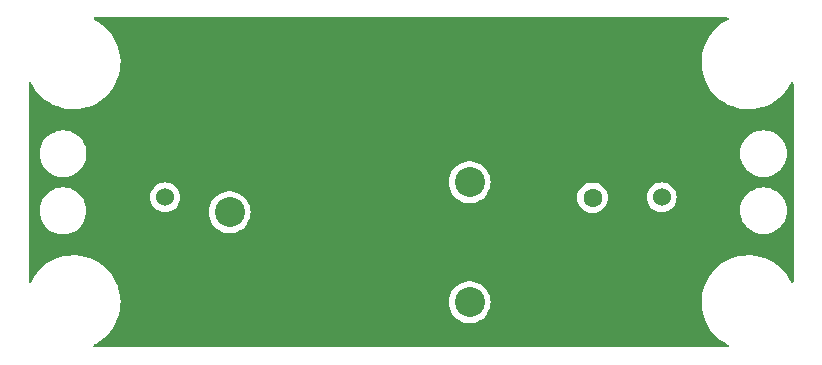
<source format=gbr>
%TF.GenerationSoftware,KiCad,Pcbnew,7.0.5*%
%TF.CreationDate,2023-10-04T22:36:29-05:00*%
%TF.ProjectId,24V Regulator Breakout,32345620-5265-4677-956c-61746f722042,rev?*%
%TF.SameCoordinates,Original*%
%TF.FileFunction,Copper,L2,Bot*%
%TF.FilePolarity,Positive*%
%FSLAX46Y46*%
G04 Gerber Fmt 4.6, Leading zero omitted, Abs format (unit mm)*
G04 Created by KiCad (PCBNEW 7.0.5) date 2023-10-04 22:36:29*
%MOMM*%
%LPD*%
G01*
G04 APERTURE LIST*
%TA.AperFunction,ComponentPad*%
%ADD10C,2.540000*%
%TD*%
%TA.AperFunction,ComponentPad*%
%ADD11R,1.600000X1.600000*%
%TD*%
%TA.AperFunction,ComponentPad*%
%ADD12C,1.600000*%
%TD*%
%TA.AperFunction,ComponentPad*%
%ADD13C,1.524000*%
%TD*%
G04 APERTURE END LIST*
D10*
%TO.P,U1,1,ON/OFF*%
%TO.N,GND*%
X83058000Y-50800000D03*
%TO.P,U1,2,VIN-*%
X83058000Y-58420000D03*
%TO.P,U1,3,VIN+*%
%TO.N,Net-(U1-VIN+)*%
X83058000Y-63500000D03*
%TO.P,U1,4,VOUT+*%
%TO.N,Net-(U1-VOUT+)*%
X103378000Y-71120000D03*
%TO.P,U1,5,Trim*%
%TO.N,unconnected-(U1-Trim-Pad5)*%
X103378000Y-60960000D03*
%TO.P,U1,6,VOUT-*%
%TO.N,GND*%
X103378000Y-50800000D03*
%TD*%
D11*
%TO.P,C1,1*%
%TO.N,GND*%
X113792000Y-60258888D03*
D12*
%TO.P,C1,2*%
%TO.N,Net-(U1-VOUT+)*%
X113792000Y-62258888D03*
%TD*%
D13*
%TO.P,Conn1,1*%
%TO.N,GND*%
X119634000Y-59690000D03*
%TO.P,Conn1,2*%
%TO.N,Net-(U1-VOUT+)*%
X119634000Y-62230000D03*
%TD*%
%TO.P,Conn2,1*%
%TO.N,Net-(U1-VIN+)*%
X77597000Y-62230000D03*
%TO.P,Conn2,2*%
%TO.N,GND*%
X77597000Y-59690000D03*
%TD*%
%TA.AperFunction,Conductor*%
%TO.N,GND*%
G36*
X125275822Y-47010185D02*
G01*
X125321577Y-47062989D01*
X125331521Y-47132147D01*
X125302496Y-47195703D01*
X125262585Y-47226220D01*
X125097191Y-47305869D01*
X124758753Y-47512684D01*
X124758742Y-47512692D01*
X124442575Y-47752180D01*
X124442572Y-47752182D01*
X124151813Y-48021968D01*
X123889365Y-48319359D01*
X123657839Y-48641393D01*
X123657826Y-48641413D01*
X123459516Y-48984896D01*
X123296382Y-49346437D01*
X123170059Y-49722419D01*
X123081799Y-50109111D01*
X123032478Y-50502681D01*
X123022590Y-50899173D01*
X123022590Y-50899187D01*
X123052230Y-51294711D01*
X123052231Y-51294724D01*
X123121108Y-51685339D01*
X123228530Y-52067137D01*
X123228534Y-52067151D01*
X123373435Y-52436353D01*
X123373440Y-52436365D01*
X123554386Y-52789314D01*
X123554391Y-52789323D01*
X123769586Y-53122509D01*
X123895691Y-53280640D01*
X124016895Y-53432625D01*
X124293823Y-53716544D01*
X124293833Y-53716554D01*
X124597676Y-53971508D01*
X124925394Y-54194942D01*
X125273730Y-54384636D01*
X125639223Y-54538704D01*
X125639232Y-54538706D01*
X125639238Y-54538709D01*
X126018235Y-54655614D01*
X126018248Y-54655617D01*
X126406999Y-54734205D01*
X126407014Y-54734208D01*
X126745300Y-54768058D01*
X126801680Y-54773700D01*
X126801681Y-54773700D01*
X127099084Y-54773700D01*
X127099101Y-54773700D01*
X127396145Y-54758875D01*
X127788353Y-54699759D01*
X128172726Y-54601886D01*
X128545445Y-54466228D01*
X128902803Y-54294133D01*
X129241251Y-54087312D01*
X129557424Y-53847820D01*
X129848181Y-53578037D01*
X130110631Y-53280645D01*
X130342166Y-52958600D01*
X130540485Y-52615101D01*
X130572473Y-52544207D01*
X130617988Y-52491197D01*
X130684938Y-52471208D01*
X130752066Y-52490589D01*
X130798060Y-52543185D01*
X130809500Y-52595207D01*
X130809500Y-69326798D01*
X130789815Y-69393837D01*
X130737011Y-69439592D01*
X130667853Y-69449536D01*
X130604297Y-69420511D01*
X130575156Y-69383368D01*
X130445613Y-69130685D01*
X130445609Y-69130677D01*
X130230414Y-68797491D01*
X129983114Y-68487386D01*
X129983111Y-68487383D01*
X129983104Y-68487374D01*
X129706176Y-68203455D01*
X129706173Y-68203452D01*
X129706172Y-68203451D01*
X129706167Y-68203446D01*
X129402324Y-67948492D01*
X129329613Y-67898918D01*
X129074605Y-67725057D01*
X128958493Y-67661826D01*
X128726270Y-67535364D01*
X128726262Y-67535360D01*
X128726259Y-67535359D01*
X128360777Y-67381296D01*
X128360761Y-67381290D01*
X127981764Y-67264385D01*
X127981751Y-67264382D01*
X127593000Y-67185794D01*
X127592979Y-67185791D01*
X127198320Y-67146300D01*
X127198319Y-67146300D01*
X126900899Y-67146300D01*
X126900884Y-67146300D01*
X126603855Y-67161124D01*
X126211647Y-67220241D01*
X125827272Y-67318114D01*
X125454549Y-67453774D01*
X125097191Y-67625869D01*
X124758753Y-67832684D01*
X124758742Y-67832692D01*
X124442575Y-68072180D01*
X124442572Y-68072182D01*
X124151813Y-68341968D01*
X123889365Y-68639359D01*
X123657839Y-68961393D01*
X123657826Y-68961413D01*
X123459516Y-69304896D01*
X123296382Y-69666437D01*
X123170059Y-70042419D01*
X123081799Y-70429111D01*
X123032478Y-70822681D01*
X123022590Y-71219173D01*
X123022590Y-71219187D01*
X123052230Y-71614711D01*
X123052231Y-71614724D01*
X123121108Y-72005339D01*
X123228530Y-72387137D01*
X123228534Y-72387151D01*
X123373435Y-72756353D01*
X123373440Y-72756365D01*
X123554386Y-73109314D01*
X123554391Y-73109323D01*
X123769586Y-73442509D01*
X123895691Y-73600640D01*
X124016895Y-73752625D01*
X124293823Y-74036544D01*
X124293833Y-74036554D01*
X124597676Y-74291508D01*
X124767522Y-74407307D01*
X124925401Y-74514947D01*
X125258974Y-74696601D01*
X125308436Y-74745950D01*
X125323365Y-74814206D01*
X125299022Y-74879698D01*
X125243136Y-74921633D01*
X125199671Y-74929500D01*
X71641217Y-74929500D01*
X71574178Y-74909815D01*
X71528423Y-74857011D01*
X71518479Y-74787853D01*
X71547504Y-74724297D01*
X71587415Y-74693780D01*
X71616295Y-74679871D01*
X71752803Y-74614133D01*
X72091251Y-74407312D01*
X72407424Y-74167820D01*
X72698181Y-73898037D01*
X72960631Y-73600645D01*
X73192166Y-73278600D01*
X73390485Y-72935101D01*
X73553617Y-72573563D01*
X73679941Y-72197578D01*
X73768201Y-71810885D01*
X73817521Y-71417325D01*
X73822462Y-71219173D01*
X73824935Y-71120004D01*
X101602535Y-71120004D01*
X101622363Y-71384609D01*
X101622364Y-71384614D01*
X101681410Y-71643313D01*
X101681412Y-71643322D01*
X101681414Y-71643327D01*
X101778361Y-71890345D01*
X101911042Y-72120155D01*
X102076492Y-72327623D01*
X102271016Y-72508114D01*
X102490268Y-72657598D01*
X102729350Y-72772734D01*
X102982922Y-72850950D01*
X102982923Y-72850950D01*
X102982926Y-72850951D01*
X103245311Y-72890499D01*
X103245316Y-72890499D01*
X103245319Y-72890500D01*
X103245320Y-72890500D01*
X103510680Y-72890500D01*
X103510681Y-72890500D01*
X103510688Y-72890499D01*
X103773073Y-72850951D01*
X103773074Y-72850950D01*
X103773078Y-72850950D01*
X104026650Y-72772734D01*
X104265733Y-72657598D01*
X104484984Y-72508114D01*
X104679508Y-72327623D01*
X104844958Y-72120155D01*
X104977639Y-71890345D01*
X105074586Y-71643327D01*
X105133635Y-71384619D01*
X105153465Y-71120000D01*
X105133635Y-70855381D01*
X105074586Y-70596673D01*
X104977639Y-70349655D01*
X104844958Y-70119845D01*
X104679508Y-69912377D01*
X104484984Y-69731886D01*
X104265733Y-69582402D01*
X104265732Y-69582401D01*
X104265725Y-69582397D01*
X104026655Y-69467268D01*
X104026636Y-69467261D01*
X103773083Y-69389051D01*
X103773073Y-69389048D01*
X103510688Y-69349500D01*
X103510681Y-69349500D01*
X103245319Y-69349500D01*
X103245311Y-69349500D01*
X102982926Y-69389048D01*
X102982916Y-69389051D01*
X102729363Y-69467261D01*
X102729344Y-69467268D01*
X102490276Y-69582397D01*
X102490274Y-69582398D01*
X102271015Y-69731886D01*
X102076494Y-69912375D01*
X102076492Y-69912377D01*
X101911042Y-70119845D01*
X101778361Y-70349654D01*
X101681416Y-70596667D01*
X101681410Y-70596686D01*
X101622364Y-70855385D01*
X101622363Y-70855390D01*
X101602535Y-71119995D01*
X101602535Y-71120004D01*
X73824935Y-71120004D01*
X73827409Y-71020826D01*
X73827409Y-71020810D01*
X73815012Y-70855381D01*
X73797769Y-70625280D01*
X73728893Y-70234668D01*
X73621467Y-69852854D01*
X73573989Y-69731883D01*
X73476564Y-69483646D01*
X73476559Y-69483634D01*
X73295613Y-69130685D01*
X73295609Y-69130677D01*
X73080414Y-68797491D01*
X72833114Y-68487386D01*
X72833111Y-68487383D01*
X72833104Y-68487374D01*
X72556176Y-68203455D01*
X72556173Y-68203452D01*
X72556172Y-68203451D01*
X72556167Y-68203446D01*
X72252324Y-67948492D01*
X72179613Y-67898918D01*
X71924605Y-67725057D01*
X71808493Y-67661826D01*
X71576270Y-67535364D01*
X71576262Y-67535360D01*
X71576259Y-67535359D01*
X71210777Y-67381296D01*
X71210761Y-67381290D01*
X70831764Y-67264385D01*
X70831751Y-67264382D01*
X70443000Y-67185794D01*
X70442979Y-67185791D01*
X70048320Y-67146300D01*
X70048319Y-67146300D01*
X69750899Y-67146300D01*
X69750884Y-67146300D01*
X69453855Y-67161124D01*
X69061647Y-67220241D01*
X68677272Y-67318114D01*
X68304549Y-67453774D01*
X67947191Y-67625869D01*
X67608753Y-67832684D01*
X67608742Y-67832692D01*
X67292575Y-68072180D01*
X67292572Y-68072182D01*
X67001813Y-68341968D01*
X66739365Y-68639359D01*
X66507839Y-68961393D01*
X66507826Y-68961413D01*
X66309516Y-69304896D01*
X66277527Y-69375792D01*
X66232011Y-69428803D01*
X66165062Y-69448791D01*
X66097934Y-69429410D01*
X66051940Y-69376814D01*
X66040500Y-69324792D01*
X66040500Y-63375001D01*
X66976454Y-63375001D01*
X66996613Y-63656866D01*
X67056678Y-63932977D01*
X67056680Y-63932984D01*
X67090371Y-64023313D01*
X67155432Y-64197750D01*
X67155434Y-64197754D01*
X67290855Y-64445758D01*
X67290860Y-64445766D01*
X67460196Y-64671974D01*
X67460212Y-64671992D01*
X67660007Y-64871787D01*
X67660025Y-64871803D01*
X67886233Y-65041139D01*
X67886241Y-65041144D01*
X68134245Y-65176565D01*
X68134249Y-65176567D01*
X68134251Y-65176568D01*
X68399016Y-65275320D01*
X68537077Y-65305353D01*
X68675133Y-65335386D01*
X68675135Y-65335386D01*
X68675139Y-65335387D01*
X68886447Y-65350500D01*
X69027553Y-65350500D01*
X69238861Y-65335387D01*
X69248060Y-65333386D01*
X69278527Y-65326758D01*
X69514984Y-65275320D01*
X69779749Y-65176568D01*
X70027764Y-65041141D01*
X70253982Y-64871797D01*
X70453797Y-64671982D01*
X70623141Y-64445764D01*
X70758568Y-64197749D01*
X70857320Y-63932984D01*
X70917387Y-63656861D01*
X70928606Y-63500004D01*
X81282535Y-63500004D01*
X81302363Y-63764609D01*
X81302364Y-63764614D01*
X81361410Y-64023313D01*
X81361412Y-64023322D01*
X81361414Y-64023327D01*
X81458361Y-64270345D01*
X81591042Y-64500155D01*
X81756492Y-64707623D01*
X81951016Y-64888114D01*
X82170268Y-65037598D01*
X82409350Y-65152734D01*
X82662922Y-65230950D01*
X82662923Y-65230950D01*
X82662926Y-65230951D01*
X82925311Y-65270499D01*
X82925316Y-65270499D01*
X82925319Y-65270500D01*
X82925320Y-65270500D01*
X83190680Y-65270500D01*
X83190681Y-65270500D01*
X83190688Y-65270499D01*
X83453073Y-65230951D01*
X83453074Y-65230950D01*
X83453078Y-65230950D01*
X83706650Y-65152734D01*
X83945733Y-65037598D01*
X84164984Y-64888114D01*
X84359508Y-64707623D01*
X84524958Y-64500155D01*
X84657639Y-64270345D01*
X84754586Y-64023327D01*
X84813635Y-63764619D01*
X84821860Y-63654861D01*
X84833465Y-63500004D01*
X84833465Y-63499995D01*
X84813636Y-63235390D01*
X84813635Y-63235385D01*
X84813635Y-63235381D01*
X84754586Y-62976673D01*
X84657639Y-62729655D01*
X84524958Y-62499845D01*
X84359508Y-62292377D01*
X84164984Y-62111886D01*
X84115319Y-62078025D01*
X83945736Y-61962404D01*
X83945725Y-61962397D01*
X83706655Y-61847268D01*
X83706636Y-61847261D01*
X83453083Y-61769051D01*
X83453073Y-61769048D01*
X83190688Y-61729500D01*
X83190681Y-61729500D01*
X82925319Y-61729500D01*
X82925311Y-61729500D01*
X82662926Y-61769048D01*
X82662916Y-61769051D01*
X82409363Y-61847261D01*
X82409344Y-61847268D01*
X82170276Y-61962397D01*
X82170274Y-61962398D01*
X81951015Y-62111886D01*
X81756494Y-62292375D01*
X81756492Y-62292377D01*
X81591042Y-62499845D01*
X81458361Y-62729654D01*
X81361416Y-62976667D01*
X81361410Y-62976686D01*
X81302364Y-63235385D01*
X81302363Y-63235390D01*
X81282535Y-63499995D01*
X81282535Y-63500004D01*
X70928606Y-63500004D01*
X70937546Y-63375000D01*
X70917387Y-63093139D01*
X70906832Y-63044620D01*
X70857321Y-62817022D01*
X70857320Y-62817016D01*
X70758568Y-62552251D01*
X70728727Y-62497602D01*
X70623144Y-62304241D01*
X70623139Y-62304233D01*
X70567571Y-62230002D01*
X76329677Y-62230002D01*
X76348929Y-62450062D01*
X76348930Y-62450070D01*
X76406104Y-62663445D01*
X76406105Y-62663447D01*
X76406106Y-62663450D01*
X76437372Y-62730500D01*
X76499466Y-62863662D01*
X76499468Y-62863666D01*
X76626170Y-63044615D01*
X76626175Y-63044621D01*
X76782378Y-63200824D01*
X76782384Y-63200829D01*
X76963333Y-63327531D01*
X76963335Y-63327532D01*
X76963338Y-63327534D01*
X77163550Y-63420894D01*
X77376932Y-63478070D01*
X77534123Y-63491822D01*
X77596998Y-63497323D01*
X77597000Y-63497323D01*
X77597002Y-63497323D01*
X77652017Y-63492509D01*
X77817068Y-63478070D01*
X78030450Y-63420894D01*
X78230662Y-63327534D01*
X78411620Y-63200826D01*
X78567826Y-63044620D01*
X78694534Y-62863662D01*
X78787894Y-62663450D01*
X78845070Y-62450068D01*
X78864323Y-62230000D01*
X78845070Y-62009932D01*
X78787894Y-61796550D01*
X78694534Y-61596339D01*
X78567826Y-61415380D01*
X78411620Y-61259174D01*
X78411616Y-61259171D01*
X78411615Y-61259170D01*
X78230666Y-61132468D01*
X78230662Y-61132466D01*
X78221769Y-61128319D01*
X78030450Y-61039106D01*
X78030447Y-61039105D01*
X78030445Y-61039104D01*
X77817070Y-60981930D01*
X77817062Y-60981929D01*
X77597002Y-60962677D01*
X77596998Y-60962677D01*
X77376937Y-60981929D01*
X77376929Y-60981930D01*
X77163554Y-61039104D01*
X77163548Y-61039107D01*
X76963340Y-61132465D01*
X76963338Y-61132466D01*
X76782377Y-61259175D01*
X76626175Y-61415377D01*
X76499466Y-61596338D01*
X76499465Y-61596340D01*
X76406107Y-61796548D01*
X76406104Y-61796554D01*
X76348930Y-62009929D01*
X76348929Y-62009937D01*
X76329677Y-62229997D01*
X76329677Y-62230002D01*
X70567571Y-62230002D01*
X70453803Y-62078025D01*
X70453787Y-62078007D01*
X70253992Y-61878212D01*
X70253974Y-61878196D01*
X70027766Y-61708860D01*
X70027758Y-61708855D01*
X69779754Y-61573434D01*
X69779750Y-61573432D01*
X69679372Y-61535993D01*
X69514984Y-61474680D01*
X69514980Y-61474679D01*
X69514977Y-61474678D01*
X69238866Y-61414613D01*
X69027555Y-61399500D01*
X69027553Y-61399500D01*
X68886447Y-61399500D01*
X68886444Y-61399500D01*
X68675133Y-61414613D01*
X68399022Y-61474678D01*
X68399017Y-61474679D01*
X68399016Y-61474680D01*
X68375819Y-61483332D01*
X68134249Y-61573432D01*
X68134245Y-61573434D01*
X67886241Y-61708855D01*
X67886233Y-61708860D01*
X67660025Y-61878196D01*
X67660007Y-61878212D01*
X67460212Y-62078007D01*
X67460196Y-62078025D01*
X67290860Y-62304233D01*
X67290855Y-62304241D01*
X67155434Y-62552245D01*
X67155432Y-62552249D01*
X67056678Y-62817022D01*
X66996613Y-63093133D01*
X66976454Y-63374998D01*
X66976454Y-63375001D01*
X66040500Y-63375001D01*
X66040500Y-60960004D01*
X101602535Y-60960004D01*
X101622363Y-61224609D01*
X101622364Y-61224614D01*
X101681410Y-61483313D01*
X101681412Y-61483322D01*
X101681414Y-61483327D01*
X101778361Y-61730345D01*
X101911042Y-61960155D01*
X102076492Y-62167623D01*
X102271016Y-62348114D01*
X102490268Y-62497598D01*
X102729350Y-62612734D01*
X102982922Y-62690950D01*
X102982923Y-62690950D01*
X102982926Y-62690951D01*
X103245311Y-62730499D01*
X103245316Y-62730499D01*
X103245319Y-62730500D01*
X103245320Y-62730500D01*
X103510680Y-62730500D01*
X103510681Y-62730500D01*
X103510688Y-62730499D01*
X103773073Y-62690951D01*
X103773074Y-62690950D01*
X103773078Y-62690950D01*
X104026650Y-62612734D01*
X104265733Y-62497598D01*
X104484984Y-62348114D01*
X104581146Y-62258889D01*
X112486532Y-62258889D01*
X112506364Y-62485574D01*
X112506366Y-62485585D01*
X112565258Y-62705376D01*
X112565261Y-62705385D01*
X112661431Y-62911620D01*
X112661432Y-62911622D01*
X112791954Y-63098029D01*
X112952858Y-63258933D01*
X112952861Y-63258935D01*
X113139266Y-63389456D01*
X113345504Y-63485627D01*
X113565308Y-63544523D01*
X113727230Y-63558689D01*
X113791998Y-63564356D01*
X113792000Y-63564356D01*
X113792002Y-63564356D01*
X113848672Y-63559397D01*
X114018692Y-63544523D01*
X114238496Y-63485627D01*
X114444734Y-63389456D01*
X114631139Y-63258935D01*
X114792047Y-63098027D01*
X114922568Y-62911622D01*
X115018739Y-62705384D01*
X115077635Y-62485580D01*
X115097468Y-62258888D01*
X115094941Y-62230002D01*
X118366677Y-62230002D01*
X118385929Y-62450062D01*
X118385930Y-62450070D01*
X118443104Y-62663445D01*
X118443105Y-62663447D01*
X118443106Y-62663450D01*
X118474372Y-62730500D01*
X118536466Y-62863662D01*
X118536468Y-62863666D01*
X118663170Y-63044615D01*
X118663175Y-63044621D01*
X118819378Y-63200824D01*
X118819384Y-63200829D01*
X119000333Y-63327531D01*
X119000335Y-63327532D01*
X119000338Y-63327534D01*
X119200550Y-63420894D01*
X119413932Y-63478070D01*
X119571123Y-63491822D01*
X119633998Y-63497323D01*
X119634000Y-63497323D01*
X119634002Y-63497323D01*
X119689016Y-63492509D01*
X119854068Y-63478070D01*
X120067450Y-63420894D01*
X120170157Y-63373001D01*
X126289454Y-63373001D01*
X126309613Y-63654866D01*
X126333488Y-63764614D01*
X126369680Y-63930984D01*
X126404117Y-64023313D01*
X126468432Y-64195750D01*
X126468434Y-64195754D01*
X126603855Y-64443758D01*
X126603860Y-64443766D01*
X126773196Y-64669974D01*
X126773212Y-64669992D01*
X126973007Y-64869787D01*
X126973025Y-64869803D01*
X127199233Y-65039139D01*
X127199241Y-65039144D01*
X127447245Y-65174565D01*
X127447249Y-65174567D01*
X127447251Y-65174568D01*
X127712016Y-65273320D01*
X127850077Y-65303353D01*
X127988133Y-65333386D01*
X127988135Y-65333386D01*
X127988139Y-65333387D01*
X128199447Y-65348500D01*
X128340553Y-65348500D01*
X128551861Y-65333387D01*
X128827984Y-65273320D01*
X129092749Y-65174568D01*
X129340764Y-65039141D01*
X129566982Y-64869797D01*
X129766797Y-64669982D01*
X129936141Y-64443764D01*
X130071568Y-64195749D01*
X130170320Y-63930984D01*
X130230387Y-63654861D01*
X130250546Y-63373000D01*
X130230387Y-63091139D01*
X130220267Y-63044620D01*
X130170321Y-62815022D01*
X130170320Y-62815016D01*
X130071568Y-62550251D01*
X130042819Y-62497602D01*
X129936144Y-62302241D01*
X129936139Y-62302233D01*
X129766803Y-62076025D01*
X129766787Y-62076007D01*
X129566992Y-61876212D01*
X129566974Y-61876196D01*
X129340766Y-61706860D01*
X129340758Y-61706855D01*
X129092754Y-61571434D01*
X129092750Y-61571432D01*
X128992372Y-61533993D01*
X128827984Y-61472680D01*
X128827980Y-61472679D01*
X128827977Y-61472678D01*
X128551866Y-61412613D01*
X128340555Y-61397500D01*
X128340553Y-61397500D01*
X128199447Y-61397500D01*
X128199444Y-61397500D01*
X127988133Y-61412613D01*
X127712022Y-61472678D01*
X127712017Y-61472679D01*
X127712016Y-61472680D01*
X127683457Y-61483332D01*
X127447249Y-61571432D01*
X127447245Y-61571434D01*
X127199241Y-61706855D01*
X127199233Y-61706860D01*
X126973025Y-61876196D01*
X126973007Y-61876212D01*
X126773212Y-62076007D01*
X126773196Y-62076025D01*
X126603860Y-62302233D01*
X126603855Y-62302241D01*
X126468434Y-62550245D01*
X126468432Y-62550249D01*
X126369678Y-62815022D01*
X126309613Y-63091133D01*
X126289454Y-63372998D01*
X126289454Y-63373001D01*
X120170157Y-63373001D01*
X120267662Y-63327534D01*
X120448620Y-63200826D01*
X120604826Y-63044620D01*
X120731534Y-62863662D01*
X120824894Y-62663450D01*
X120882070Y-62450068D01*
X120901323Y-62230000D01*
X120882070Y-62009932D01*
X120824894Y-61796550D01*
X120731534Y-61596339D01*
X120604826Y-61415380D01*
X120448620Y-61259174D01*
X120448616Y-61259171D01*
X120448615Y-61259170D01*
X120267666Y-61132468D01*
X120267662Y-61132466D01*
X120258769Y-61128319D01*
X120067450Y-61039106D01*
X120067447Y-61039105D01*
X120067445Y-61039104D01*
X119854070Y-60981930D01*
X119854062Y-60981929D01*
X119634002Y-60962677D01*
X119633998Y-60962677D01*
X119413937Y-60981929D01*
X119413929Y-60981930D01*
X119200554Y-61039104D01*
X119200548Y-61039107D01*
X119000340Y-61132465D01*
X119000338Y-61132466D01*
X118819377Y-61259175D01*
X118663175Y-61415377D01*
X118536466Y-61596338D01*
X118536465Y-61596340D01*
X118443107Y-61796548D01*
X118443104Y-61796554D01*
X118385930Y-62009929D01*
X118385929Y-62009937D01*
X118366677Y-62229997D01*
X118366677Y-62230002D01*
X115094941Y-62230002D01*
X115077635Y-62032196D01*
X115018739Y-61812392D01*
X114922568Y-61606154D01*
X114792047Y-61419749D01*
X114792045Y-61419746D01*
X114631141Y-61258842D01*
X114444734Y-61128320D01*
X114444732Y-61128319D01*
X114238497Y-61032149D01*
X114238488Y-61032146D01*
X114018697Y-60973254D01*
X114018693Y-60973253D01*
X114018692Y-60973253D01*
X114018691Y-60973252D01*
X114018686Y-60973252D01*
X113792002Y-60953420D01*
X113791998Y-60953420D01*
X113565313Y-60973252D01*
X113565302Y-60973254D01*
X113345511Y-61032146D01*
X113345502Y-61032149D01*
X113139267Y-61128319D01*
X113139265Y-61128320D01*
X112952858Y-61258842D01*
X112791954Y-61419746D01*
X112661432Y-61606153D01*
X112661431Y-61606155D01*
X112565261Y-61812390D01*
X112565258Y-61812399D01*
X112506366Y-62032190D01*
X112506364Y-62032201D01*
X112486532Y-62258886D01*
X112486532Y-62258889D01*
X104581146Y-62258889D01*
X104679508Y-62167623D01*
X104844958Y-61960155D01*
X104977639Y-61730345D01*
X105074586Y-61483327D01*
X105133635Y-61224619D01*
X105140541Y-61132465D01*
X105153465Y-60960004D01*
X105153465Y-60959995D01*
X105133636Y-60695390D01*
X105133635Y-60695385D01*
X105133635Y-60695381D01*
X105074586Y-60436673D01*
X104977639Y-60189655D01*
X104844958Y-59959845D01*
X104679508Y-59752377D01*
X104484984Y-59571886D01*
X104265733Y-59422402D01*
X104265732Y-59422401D01*
X104265725Y-59422397D01*
X104026655Y-59307268D01*
X104026636Y-59307261D01*
X103773083Y-59229051D01*
X103773073Y-59229048D01*
X103510688Y-59189500D01*
X103510681Y-59189500D01*
X103245319Y-59189500D01*
X103245311Y-59189500D01*
X102982926Y-59229048D01*
X102982916Y-59229051D01*
X102729363Y-59307261D01*
X102729344Y-59307268D01*
X102490276Y-59422397D01*
X102490274Y-59422398D01*
X102271015Y-59571886D01*
X102076494Y-59752375D01*
X102076492Y-59752377D01*
X101911042Y-59959845D01*
X101778361Y-60189654D01*
X101681416Y-60436667D01*
X101681410Y-60436686D01*
X101622364Y-60695385D01*
X101622363Y-60695390D01*
X101602535Y-60959995D01*
X101602535Y-60960004D01*
X66040500Y-60960004D01*
X66040500Y-58547001D01*
X66980454Y-58547001D01*
X67000613Y-58828866D01*
X67060678Y-59104977D01*
X67060680Y-59104984D01*
X67121993Y-59269372D01*
X67159432Y-59369750D01*
X67159434Y-59369754D01*
X67294855Y-59617758D01*
X67294860Y-59617766D01*
X67464196Y-59843974D01*
X67464212Y-59843992D01*
X67664007Y-60043787D01*
X67664025Y-60043803D01*
X67890233Y-60213139D01*
X67890241Y-60213144D01*
X68138245Y-60348565D01*
X68138249Y-60348567D01*
X68138251Y-60348568D01*
X68403016Y-60447320D01*
X68541077Y-60477353D01*
X68679133Y-60507386D01*
X68679135Y-60507386D01*
X68679139Y-60507387D01*
X68890447Y-60522500D01*
X69031553Y-60522500D01*
X69242861Y-60507387D01*
X69252060Y-60505386D01*
X69282527Y-60498758D01*
X69518984Y-60447320D01*
X69783749Y-60348568D01*
X70031764Y-60213141D01*
X70257982Y-60043797D01*
X70457797Y-59843982D01*
X70627141Y-59617764D01*
X70762568Y-59369749D01*
X70861320Y-59104984D01*
X70921387Y-58828861D01*
X70941546Y-58547000D01*
X70941403Y-58545001D01*
X126293454Y-58545001D01*
X126313613Y-58826866D01*
X126373678Y-59102977D01*
X126373680Y-59102984D01*
X126434993Y-59267372D01*
X126472432Y-59367750D01*
X126472434Y-59367754D01*
X126607855Y-59615758D01*
X126607860Y-59615766D01*
X126777196Y-59841974D01*
X126777212Y-59841992D01*
X126977007Y-60041787D01*
X126977025Y-60041803D01*
X127203233Y-60211139D01*
X127203241Y-60211144D01*
X127451245Y-60346565D01*
X127451249Y-60346567D01*
X127451251Y-60346568D01*
X127716016Y-60445320D01*
X127854077Y-60475353D01*
X127992133Y-60505386D01*
X127992135Y-60505386D01*
X127992139Y-60505387D01*
X128203447Y-60520500D01*
X128344553Y-60520500D01*
X128555861Y-60505387D01*
X128831984Y-60445320D01*
X129096749Y-60346568D01*
X129344764Y-60211141D01*
X129570982Y-60041797D01*
X129770797Y-59841982D01*
X129940141Y-59615764D01*
X130075568Y-59367749D01*
X130174320Y-59102984D01*
X130234387Y-58826861D01*
X130254546Y-58545000D01*
X130234387Y-58263139D01*
X130174320Y-57987016D01*
X130075568Y-57722251D01*
X129941231Y-57476233D01*
X129940144Y-57474241D01*
X129940139Y-57474233D01*
X129770803Y-57248025D01*
X129770787Y-57248007D01*
X129570992Y-57048212D01*
X129570974Y-57048196D01*
X129344766Y-56878860D01*
X129344758Y-56878855D01*
X129096754Y-56743434D01*
X129096750Y-56743432D01*
X128996372Y-56705993D01*
X128831984Y-56644680D01*
X128831980Y-56644679D01*
X128831977Y-56644678D01*
X128555866Y-56584613D01*
X128344555Y-56569500D01*
X128344553Y-56569500D01*
X128203447Y-56569500D01*
X128203444Y-56569500D01*
X127992133Y-56584613D01*
X127716022Y-56644678D01*
X127716017Y-56644679D01*
X127716016Y-56644680D01*
X127710654Y-56646680D01*
X127451249Y-56743432D01*
X127451245Y-56743434D01*
X127203241Y-56878855D01*
X127203233Y-56878860D01*
X126977025Y-57048196D01*
X126977007Y-57048212D01*
X126777212Y-57248007D01*
X126777196Y-57248025D01*
X126607860Y-57474233D01*
X126607855Y-57474241D01*
X126472434Y-57722245D01*
X126472432Y-57722249D01*
X126373678Y-57987022D01*
X126313613Y-58263133D01*
X126293454Y-58544998D01*
X126293454Y-58545001D01*
X70941403Y-58545001D01*
X70921387Y-58265139D01*
X70861320Y-57989016D01*
X70762568Y-57724251D01*
X70627141Y-57476236D01*
X70625642Y-57474233D01*
X70457803Y-57250025D01*
X70457787Y-57250007D01*
X70257992Y-57050212D01*
X70257974Y-57050196D01*
X70031766Y-56880860D01*
X70031758Y-56880855D01*
X69783754Y-56745434D01*
X69783750Y-56745432D01*
X69683372Y-56707993D01*
X69518984Y-56646680D01*
X69518980Y-56646679D01*
X69518977Y-56646678D01*
X69242866Y-56586613D01*
X69031555Y-56571500D01*
X69031553Y-56571500D01*
X68890447Y-56571500D01*
X68890444Y-56571500D01*
X68679133Y-56586613D01*
X68403022Y-56646678D01*
X68403017Y-56646679D01*
X68403016Y-56646680D01*
X68339003Y-56670555D01*
X68138249Y-56745432D01*
X68138245Y-56745434D01*
X67890241Y-56880855D01*
X67890233Y-56880860D01*
X67664025Y-57050196D01*
X67664007Y-57050212D01*
X67464212Y-57250007D01*
X67464196Y-57250025D01*
X67294860Y-57476233D01*
X67294855Y-57476241D01*
X67159434Y-57724245D01*
X67159432Y-57724249D01*
X67060678Y-57989022D01*
X67000613Y-58265133D01*
X66980454Y-58546998D01*
X66980454Y-58547001D01*
X66040500Y-58547001D01*
X66040500Y-52593201D01*
X66060185Y-52526162D01*
X66112989Y-52480407D01*
X66182147Y-52470463D01*
X66245703Y-52499488D01*
X66274843Y-52536629D01*
X66404391Y-52789323D01*
X66619586Y-53122509D01*
X66745691Y-53280640D01*
X66866895Y-53432625D01*
X67143823Y-53716544D01*
X67143833Y-53716554D01*
X67447676Y-53971508D01*
X67775394Y-54194942D01*
X68123730Y-54384636D01*
X68489223Y-54538704D01*
X68489232Y-54538706D01*
X68489238Y-54538709D01*
X68868235Y-54655614D01*
X68868248Y-54655617D01*
X69256999Y-54734205D01*
X69257014Y-54734208D01*
X69595299Y-54768058D01*
X69651680Y-54773700D01*
X69651681Y-54773700D01*
X69949084Y-54773700D01*
X69949101Y-54773700D01*
X70246145Y-54758875D01*
X70638353Y-54699759D01*
X71022726Y-54601886D01*
X71395445Y-54466228D01*
X71752803Y-54294133D01*
X72091251Y-54087312D01*
X72407424Y-53847820D01*
X72698181Y-53578037D01*
X72960631Y-53280645D01*
X73192166Y-52958600D01*
X73390485Y-52615101D01*
X73553617Y-52253563D01*
X73679941Y-51877578D01*
X73768201Y-51490885D01*
X73817521Y-51097325D01*
X73827409Y-50700810D01*
X73797769Y-50305280D01*
X73728893Y-49914668D01*
X73621467Y-49532854D01*
X73476559Y-49163634D01*
X73295609Y-48810677D01*
X73080414Y-48477491D01*
X72833114Y-48167386D01*
X72833111Y-48167383D01*
X72833104Y-48167374D01*
X72556176Y-47883455D01*
X72556173Y-47883452D01*
X72556172Y-47883451D01*
X72556167Y-47883446D01*
X72252324Y-47628492D01*
X72205600Y-47596636D01*
X71924598Y-47405052D01*
X71591026Y-47223399D01*
X71541564Y-47174050D01*
X71526635Y-47105794D01*
X71550978Y-47040302D01*
X71606864Y-46998367D01*
X71650329Y-46990500D01*
X125208783Y-46990500D01*
X125275822Y-47010185D01*
G37*
%TD.AperFunction*%
%TD*%
M02*

</source>
